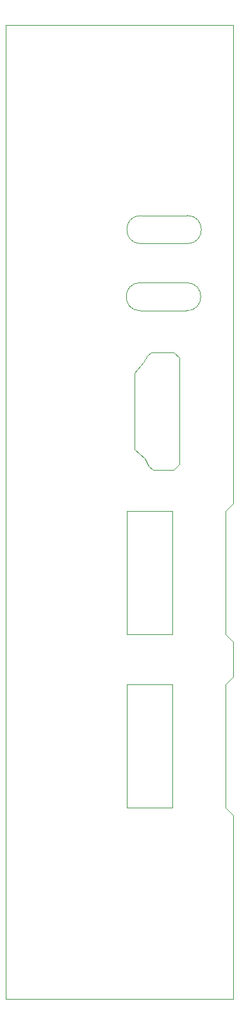
<source format=gbr>
%TF.GenerationSoftware,KiCad,Pcbnew,8.0.7*%
%TF.CreationDate,2025-01-05T13:11:30+01:00*%
%TF.ProjectId,tiliqua-panel,74696c69-7175-4612-9d70-616e656c2e6b,rev?*%
%TF.SameCoordinates,Original*%
%TF.FileFunction,Profile,NP*%
%FSLAX46Y46*%
G04 Gerber Fmt 4.6, Leading zero omitted, Abs format (unit mm)*
G04 Created by KiCad (PCBNEW 8.0.7) date 2025-01-05 13:11:30*
%MOMM*%
%LPD*%
G01*
G04 APERTURE LIST*
%TA.AperFunction,Profile*%
%ADD10C,0.100000*%
%TD*%
G04 APERTURE END LIST*
D10*
X20875000Y-34000000D02*
G75*
G02*
X20875000Y-37700000I0J-1850000D01*
G01*
X20950000Y-28850000D02*
X14800000Y-28850000D01*
X20950000Y-25150000D02*
G75*
G02*
X20950000Y-28850000I0J-1850000D01*
G01*
X19130000Y-43210000D02*
X19880000Y-43890000D01*
X19880000Y-57930000D01*
X19130000Y-58680000D01*
X16400000Y-58680000D01*
X15800000Y-58200000D01*
X15300000Y-57200000D01*
X14000000Y-56000000D01*
X14000000Y-45900000D01*
X15200000Y-44500000D01*
X15700000Y-43600000D01*
X16200000Y-43200000D01*
X19130000Y-43210000D01*
X20950000Y-25150000D02*
X14800000Y-25150000D01*
X27016968Y-104228510D02*
X27000000Y-128500000D01*
X-3000000Y0D02*
X-3000000Y-128500000D01*
X12000000Y0D02*
X27000000Y0D01*
X-3000000Y-128500000D02*
X12000000Y-128500000D01*
X25999999Y-80390894D02*
X27010614Y-81382960D01*
X-3000000Y0D02*
X12000000Y0D01*
X26000000Y-87000000D02*
X25995449Y-103208110D01*
X14725000Y-37700000D02*
G75*
G02*
X14725000Y-34000000I0J1850000D01*
G01*
X26008229Y-64132165D02*
X25999999Y-80390894D01*
X12950000Y-64125000D02*
X18950000Y-64125000D01*
X18950000Y-80375000D01*
X12950000Y-80375000D01*
X12950000Y-64125000D01*
X20875000Y-34000000D02*
X14725000Y-34000000D01*
X27000000Y-63141589D02*
X27000000Y0D01*
X20875000Y-37700000D02*
X14725000Y-37700000D01*
X14800000Y-28850000D02*
G75*
G02*
X14800000Y-25150000I0J1850000D01*
G01*
X27010614Y-81382960D02*
X27000000Y-86000000D01*
X26000000Y-87000000D02*
X27000000Y-86000000D01*
X25995449Y-103208110D02*
X27016968Y-104228510D01*
X26008229Y-64132165D02*
X27000000Y-63141589D01*
X12000000Y-128500000D02*
X27000000Y-128500000D01*
X12950000Y-87000000D02*
X18950000Y-87000000D01*
X18950000Y-103250000D01*
X12950000Y-103250000D01*
X12950000Y-87000000D01*
M02*

</source>
